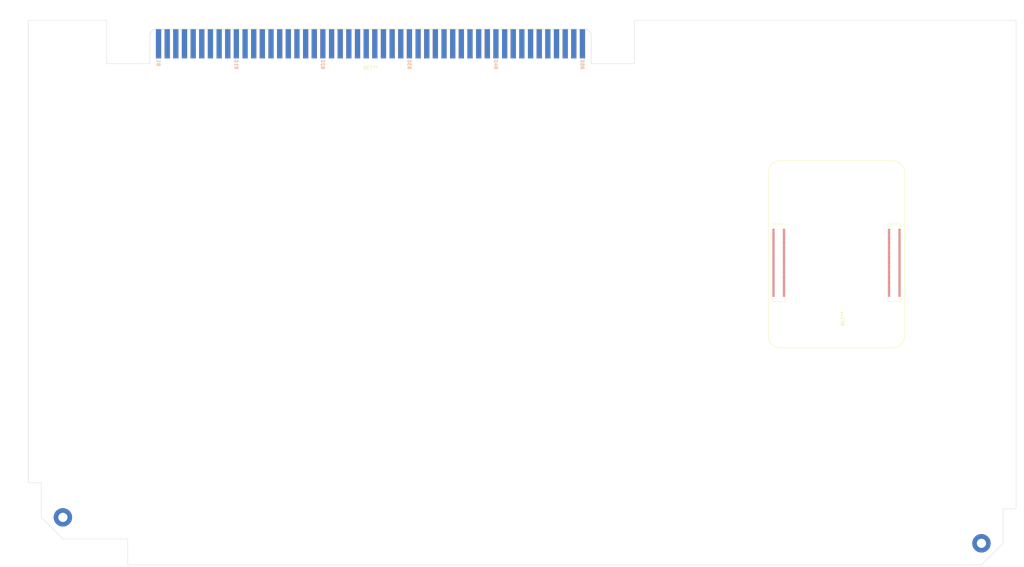
<source format=kicad_pcb>
(kicad_pcb (version 20211014) (generator pcbnew)
  (layers (0 "F.Cu" signal) (31 "B.Cu" signal) (34 "B.Paste" user) (35 "F.Paste" user) (36 "B.SilkS" user "B.Silkscreen") (37 "F.SilkS" user "F.Silkscreen") (38 "B.Mask" user) (39 "F.Mask" user) (44 "Edge.Cuts" user))
  (net 0 "")
  (footprint "Local:RaspberryPi_CM4" (layer "F.Cu") (at 250.785 112.71)
    (fp_text reference "REF**" (at 18.38 -5.08 270) (layer "F.SilkS"))
    (fp_text value "RaspberryPi_CM4")
    (fp_line (start -2.35 -10.1) (end -2.35 -11.1) (layer "F.SilkS") (width 0.12))
    (fp_line (start 31.57 -32.9) (end 35.35 -32.9) (layer "F.SilkS") (width 0.12))
    (fp_line (start 31.57 -32.9) (end 31.57 -31.9) (layer "F.SilkS") (width 0.12))
    (fp_line (start -2.35 -32.9) (end 1.43 -32.9) (layer "F.SilkS") (width 0.12))
    (fp_line (start -3.5 -48) (end -3.5 0) (layer "F.SilkS") (width 0.12))
    (fp_line (start 0 3.5) (end 33 3.5) (layer "F.SilkS") (width 0.12))
    (fp_line (start 35.35 -10.1) (end 35.35 -11.1) (layer "F.SilkS") (width 0.12))
    (fp_line (start 33 -51.5) (end 0 -51.5) (layer "F.SilkS") (width 0.12))
    (fp_line (start -2.35 -10.1) (end 1.43 -10.1) (layer "F.SilkS") (width 0.12))
    (fp_line (start 31.57 -10.1) (end 31.57 -11.1) (layer "F.SilkS") (width 0.12))
    (fp_line (start 35.35 -32.9) (end 35.35 -31.9) (layer "F.SilkS") (width 0.12))
    (fp_line (start 36.5 0) (end 36.5 -48) (layer "F.SilkS") (width 0.12))
    (fp_line (start 31.57 -10.1) (end 35.35 -10.1) (layer "F.SilkS") (width 0.12))
    (fp_line (start 1.43 -10.1) (end 1.43 -11.1) (layer "F.SilkS") (width 0.12))
    (fp_arc (start -3.5 -48) (mid -2.474874 -50.474874) (end 0 -51.5) (layer "F.SilkS") (width 0.12))
    (fp_arc (start 36.5 0) (mid 35.474874 2.474874) (end 33 3.5) (layer "F.SilkS") (width 0.12))
    (fp_arc (start 33 -51.5) (mid 35.474874 -50.474874) (end 36.5 -48) (layer "F.SilkS") (width 0.12))
    (fp_arc (start 0 3.5) (mid -2.474874 2.474874) (end -3.5 0) (layer "F.SilkS") (width 0.12))
    (pad "" np_thru_hole circle (at 0 0) (size 2.7 2.7) (drill 2.7) (layers *.Cu *.Mask) (clearance 1.7))
    (pad "" np_thru_hole circle (at 0 -48) (size 2.7 2.7) (drill 2.7) (layers *.Cu *.Mask) (clearance 1.7))
    (pad "" np_thru_hole circle (at 33 0) (size 2.7 2.7) (drill 2.7) (layers *.Cu *.Mask) (clearance 1.7))
    (pad "" np_thru_hole circle (at 33 -48) (size 2.7 2.7) (drill 2.7) (layers *.Cu *.Mask) (clearance 1.7))
    (pad "1" smd rect (at -2 -31.3 270) (size 0.2 0.7) (layers "F.Cu" "F.Paste" "F.Mask"))
    (pad "2" smd rect (at 1.08 -31.3 270) (size 0.2 0.7) (layers "F.Cu" "F.Paste" "F.Mask"))
    (pad "3" smd rect (at -2 -30.9 270) (size 0.2 0.7) (layers "F.Cu" "F.Paste" "F.Mask"))
    (pad "4" smd rect (at 1.08 -30.9 270) (size 0.2 0.7) (layers "F.Cu" "F.Paste" "F.Mask"))
    (pad "5" smd rect (at -2 -30.5 270) (size 0.2 0.7) (layers "F.Cu" "F.Paste" "F.Mask"))
    (pad "6" smd rect (at 1.08 -30.5 270) (size 0.2 0.7) (layers "F.Cu" "F.Paste" "F.Mask"))
    (pad "7" smd rect (at -2 -30.1 270) (size 0.2 0.7) (layers "F.Cu" "F.Paste" "F.Mask"))
    (pad "8" smd rect (at 1.08 -30.1 270) (size 0.2 0.7) (layers "F.Cu" "F.Paste" "F.Mask"))
    (pad "9" smd rect (at -2 -29.7 270) (size 0.2 0.7) (layers "F.Cu" "F.Paste" "F.Mask"))
    (pad "10" smd rect (at 1.08 -29.7 270) (size 0.2 0.7) (layers "F.Cu" "F.Paste" "F.Mask"))
    (pad "11" smd rect (at -2 -29.3 270) (size 0.2 0.7) (layers "F.Cu" "F.Paste" "F.Mask"))
    (pad "12" smd rect (at 1.08 -29.3 270) (size 0.2 0.7) (layers "F.Cu" "F.Paste" "F.Mask"))
    (pad "13" smd rect (at -2 -28.9 270) (size 0.2 0.7) (layers "F.Cu" "F.Paste" "F.Mask"))
    (pad "14" smd rect (at 1.08 -28.9 270) (size 0.2 0.7) (layers "F.Cu" "F.Paste" "F.Mask"))
    (pad "15" smd rect (at -2 -28.5 270) (size 0.2 0.7) (layers "F.Cu" "F.Paste" "F.Mask"))
    (pad "16" smd rect (at 1.08 -28.5 270) (size 0.2 0.7) (layers "F.Cu" "F.Paste" "F.Mask"))
    (pad "17" smd rect (at -2 -28.1 270) (size 0.2 0.7) (layers "F.Cu" "F.Paste" "F.Mask"))
    (pad "18" smd rect (at 1.08 -28.1 270) (size 0.2 0.7) (layers "F.Cu" "F.Paste" "F.Mask"))
    (pad "19" smd rect (at -2 -27.7 270) (size 0.2 0.7) (layers "F.Cu" "F.Paste" "F.Mask"))
    (pad "20" smd rect (at 1.08 -27.7 270) (size 0.2 0.7) (layers "F.Cu" "F.Paste" "F.Mask"))
    (pad "21" smd rect (at -2 -27.3 270) (size 0.2 0.7) (layers "F.Cu" "F.Paste" "F.Mask"))
    (pad "22" smd rect (at 1.08 -27.3 270) (size 0.2 0.7) (layers "F.Cu" "F.Paste" "F.Mask"))
    (pad "23" smd rect (at -2 -26.9 270) (size 0.2 0.7) (layers "F.Cu" "F.Paste" "F.Mask"))
    (pad "24" smd rect (at 1.08 -26.9 270) (size 0.2 0.7) (layers "F.Cu" "F.Paste" "F.Mask"))
    (pad "25" smd rect (at -2 -26.5 270) (size 0.2 0.7) (layers "F.Cu" "F.Paste" "F.Mask"))
    (pad "26" smd rect (at 1.08 -26.5 270) (size 0.2 0.7) (layers "F.Cu" "F.Paste" "F.Mask"))
    (pad "27" smd rect (at -2 -26.1 270) (size 0.2 0.7) (layers "F.Cu" "F.Paste" "F.Mask"))
    (pad "28" smd rect (at 1.08 -26.1 270) (size 0.2 0.7) (layers "F.Cu" "F.Paste" "F.Mask"))
    (pad "29" smd rect (at -2 -25.7 270) (size 0.2 0.7) (layers "F.Cu" "F.Paste" "F.Mask"))
    (pad "30" smd rect (at 1.08 -25.7 270) (size 0.2 0.7) (layers "F.Cu" "F.Paste" "F.Mask"))
    (pad "31" smd rect (at -2 -25.3 270) (size 0.2 0.7) (layers "F.Cu" "F.Paste" "F.Mask"))
    (pad "32" smd rect (at 1.08 -25.3 270) (size 0.2 0.7) (layers "F.Cu" "F.Paste" "F.Mask"))
    (pad "33" smd rect (at -2 -24.9 270) (size 0.2 0.7) (layers "F.Cu" "F.Paste" "F.Mask"))
    (pad "34" smd rect (at 1.08 -24.9 270) (size 0.2 0.7) (layers "F.Cu" "F.Paste" "F.Mask"))
    (pad "35" smd rect (at -2 -24.5 270) (size 0.2 0.7) (layers "F.Cu" "F.Paste" "F.Mask"))
    (pad "36" smd rect (at 1.08 -24.5 270) (size 0.2 0.7) (layers "F.Cu" "F.Paste" "F.Mask"))
    (pad "37" smd rect (at -2 -24.1 270) (size 0.2 0.7) (layers "F.Cu" "F.Paste" "F.Mask"))
    (pad "38" smd rect (at 1.08 -24.1 270) (size 0.2 0.7) (layers "F.Cu" "F.Paste" "F.Mask"))
    (pad "39" smd rect (at -2 -23.7 270) (size 0.2 0.7) (layers "F.Cu" "F.Paste" "F.Mask"))
    (pad "40" smd rect (at 1.08 -23.7 270) (size 0.2 0.7) (layers "F.Cu" "F.Paste" "F.Mask"))
    (pad "41" smd rect (at -2 -23.3 270) (size 0.2 0.7) (layers "F.Cu" "F.Paste" "F.Mask"))
    (pad "42" smd rect (at 1.08 -23.3 270) (size 0.2 0.7) (layers "F.Cu" "F.Paste" "F.Mask"))
    (pad "43" smd rect (at -2 -22.9 270) (size 0.2 0.7) (layers "F.Cu" "F.Paste" "F.Mask"))
    (pad "44" smd rect (at 1.08 -22.9 270) (size 0.2 0.7) (layers "F.Cu" "F.Paste" "F.Mask"))
    (pad "45" smd rect (at -2 -22.5 270) (size 0.2 0.7) (layers "F.Cu" "F.Paste" "F.Mask"))
    (pad "46" smd rect (at 1.08 -22.5 270) (size 0.2 0.7) (layers "F.Cu" "F.Paste" "F.Mask"))
    (pad "47" smd rect (at -2 -22.1 270) (size 0.2 0.7) (layers "F.Cu" "F.Paste" "F.Mask"))
    (pad "48" smd rect (at 1.08 -22.1 270) (size 0.2 0.7) (layers "F.Cu" "F.Paste" "F.Mask"))
    (pad "49" smd rect (at -2 -21.7 270) (size 0.2 0.7) (layers "F.Cu" "F.Paste" "F.Mask"))
    (pad "50" smd rect (at 1.08 -21.7 270) (size 0.2 0.7) (layers "F.Cu" "F.Paste" "F.Mask"))
    (pad "51" smd rect (at -2 -21.3 270) (size 0.2 0.7) (layers "F.Cu" "F.Paste" "F.Mask"))
    (pad "52" smd rect (at 1.08 -21.3 270) (size 0.2 0.7) (layers "F.Cu" "F.Paste" "F.Mask"))
    (pad "53" smd rect (at -2 -20.9 270) (size 0.2 0.7) (layers "F.Cu" "F.Paste" "F.Mask"))
    (pad "54" smd rect (at 1.08 -20.9 270) (size 0.2 0.7) (layers "F.Cu" "F.Paste" "F.Mask"))
    (pad "55" smd rect (at -2 -20.5 270) (size 0.2 0.7) (layers "F.Cu" "F.Paste" "F.Mask"))
    (pad "56" smd rect (at 1.08 -20.5 270) (size 0.2 0.7) (layers "F.Cu" "F.Paste" "F.Mask"))
    (pad "57" smd rect (at -2 -20.1 270) (size 0.2 0.7) (layers "F.Cu" "F.Paste" "F.Mask"))
    (pad "58" smd rect (at 1.08 -20.1 270) (size 0.2 0.7) (layers "F.Cu" "F.Paste" "F.Mask"))
    (pad "59" smd rect (at -2 -19.7 270) (size 0.2 0.7) (layers "F.Cu" "F.Paste" "F.Mask"))
    (pad "60" smd rect (at 1.08 -19.7 270) (size 0.2 0.7) (layers "F.Cu" "F.Paste" "F.Mask"))
    (pad "61" smd rect (at -2 -19.3 270) (size 0.2 0.7) (layers "F.Cu" "F.Paste" "F.Mask"))
    (pad "62" smd rect (at 1.08 -19.3 270) (size 0.2 0.7) (layers "F.Cu" "F.Paste" "F.Mask"))
    (pad "63" smd rect (at -2 -18.9 270) (size 0.2 0.7) (layers "F.Cu" "F.Paste" "F.Mask"))
    (pad "64" smd rect (at 1.08 -18.9 270) (size 0.2 0.7) (layers "F.Cu" "F.Paste" "F.Mask"))
    (pad "65" smd rect (at -2 -18.5 270) (size 0.2 0.7) (layers "F.Cu" "F.Paste" "F.Mask"))
    (pad "66" smd rect (at 1.08 -18.5 270) (size 0.2 0.7) (layers "F.Cu" "F.Paste" "F.Mask"))
    (pad "67" smd rect (at -2 -18.1 270) (size 0.2 0.7) (layers "F.Cu" "F.Paste" "F.Mask"))
    (pad "68" smd rect (at 1.08 -18.1 270) (size 0.2 0.7) (layers "F.Cu" "F.Paste" "F.Mask"))
    (pad "69" smd rect (at -2 -17.7 270) (size 0.2 0.7) (layers "F.Cu" "F.Paste" "F.Mask"))
    (pad "70" smd rect (at 1.08 -17.7 270) (size 0.2 0.7) (layers "F.Cu" "F.Paste" "F.Mask"))
    (pad "71" smd rect (at -2 -17.3 270) (size 0.2 0.7) (layers "F.Cu" "F.Paste" "F.Mask"))
    (pad "72" smd rect (at 1.08 -17.3 270) (size 0.2 0.7) (layers "F.Cu" "F.Paste" "F.Mask"))
    (pad "73" smd rect (at -2 -16.9 270) (size 0.2 0.7) (layers "F.Cu" "F.Paste" "F.Mask"))
    (pad "74" smd rect (at 1.08 -16.9 270) (size 0.2 0.7) (layers "F.Cu" "F.Paste" "F.Mask"))
    (pad "75" smd rect (at -2 -16.5 270) (size 0.2 0.7) (layers "F.Cu" "F.Paste" "F.Mask"))
    (pad "76" smd rect (at 1.08 -16.5 270) (size 0.2 0.7) (layers "F.Cu" "F.Paste" "F.Mask"))
    (pad "77" smd rect (at -2 -16.1 270) (size 0.2 0.7) (layers "F.Cu" "F.Paste" "F.Mask"))
    (pad "78" smd rect (at 1.08 -16.1 270) (size 0.2 0.7) (layers "F.Cu" "F.Paste" "F.Mask"))
    (pad "79" smd rect (at -2 -15.7 270) (size 0.2 0.7) (layers "F.Cu" "F.Paste" "F.Mask"))
    (pad "80" smd rect (at 1.08 -15.7 270) (size 0.2 0.7) (layers "F.Cu" "F.Paste" "F.Mask"))
    (pad "81" smd rect (at -2 -15.3 270) (size 0.2 0.7) (layers "F.Cu" "F.Paste" "F.Mask"))
    (pad "82" smd rect (at 1.08 -15.3 270) (size 0.2 0.7) (layers "F.Cu" "F.Paste" "F.Mask"))
    (pad "83" smd rect (at -2 -14.9 270) (size 0.2 0.7) (layers "F.Cu" "F.Paste" "F.Mask"))
    (pad "84" smd rect (at 1.08 -14.9 270) (size 0.2 0.7) (layers "F.Cu" "F.Paste" "F.Mask"))
    (pad "85" smd rect (at -2 -14.5 270) (size 0.2 0.7) (layers "F.Cu" "F.Paste" "F.Mask"))
    (pad "86" smd rect (at 1.08 -14.5 270) (size 0.2 0.7) (layers "F.Cu" "F.Paste" "F.Mask"))
    (pad "87" smd rect (at -2 -14.1 270) (size 0.2 0.7) (layers "F.Cu" "F.Paste" "F.Mask"))
    (pad "88" smd rect (at 1.08 -14.1 270) (size 0.2 0.7) (layers "F.Cu" "F.Paste" "F.Mask"))
    (pad "89" smd rect (at -2 -13.7 270) (size 0.2 0.7) (layers "F.Cu" "F.Paste" "F.Mask"))
    (pad "90" smd rect (at 1.08 -13.7 270) (size 0.2 0.7) (layers "F.Cu" "F.Paste" "F.Mask"))
    (pad "91" smd rect (at -2 -13.3 270) (size 0.2 0.7) (layers "F.Cu" "F.Paste" "F.Mask"))
    (pad "92" smd rect (at 1.08 -13.3 270) (size 0.2 0.7) (layers "F.Cu" "F.Paste" "F.Mask"))
    (pad "93" smd rect (at -2 -12.9 270) (size 0.2 0.7) (layers "F.Cu" "F.Paste" "F.Mask"))
    (pad "94" smd rect (at 1.08 -12.9 270) (size 0.2 0.7) (layers "F.Cu" "F.Paste" "F.Mask"))
    (pad "95" smd rect (at -2 -12.5 270) (size 0.2 0.7) (layers "F.Cu" "F.Paste" "F.Mask"))
    (pad "96" smd rect (at 1.08 -12.5 270) (size 0.2 0.7) (layers "F.Cu" "F.Paste" "F.Mask"))
    (pad "97" smd rect (at -2 -12.1 270) (size 0.2 0.7) (layers "F.Cu" "F.Paste" "F.Mask"))
    (pad "98" smd rect (at 1.08 -12.1 270) (size 0.2 0.7) (layers "F.Cu" "F.Paste" "F.Mask"))
    (pad "99" smd rect (at -2 -11.7 270) (size 0.2 0.7) (layers "F.Cu" "F.Paste" "F.Mask"))
    (pad "100" smd rect (at 1.08 -11.7 270) (size 0.2 0.7) (layers "F.Cu" "F.Paste" "F.Mask"))
    (pad "101" smd rect (at 31.92 -31.3 270) (size 0.2 0.7) (layers "F.Cu" "F.Paste" "F.Mask"))
    (pad "102" smd rect (at 35 -31.3 270) (size 0.2 0.7) (layers "F.Cu" "F.Paste" "F.Mask"))
    (pad "103" smd rect (at 31.92 -30.9 270) (size 0.2 0.7) (layers "F.Cu" "F.Paste" "F.Mask"))
    (pad "104" smd rect (at 35 -30.9 270) (size 0.2 0.7) (layers "F.Cu" "F.Paste" "F.Mask"))
    (pad "105" smd rect (at 31.92 -30.5 270) (size 0.2 0.7) (layers "F.Cu" "F.Paste" "F.Mask"))
    (pad "106" smd rect (at 35 -30.5 270) (size 0.2 0.7) (layers "F.Cu" "F.Paste" "F.Mask"))
    (pad "107" smd rect (at 31.92 -30.1 270) (size 0.2 0.7) (layers "F.Cu" "F.Paste" "F.Mask"))
    (pad "108" smd rect (at 35 -30.1 270) (size 0.2 0.7) (layers "F.Cu" "F.Paste" "F.Mask"))
    (pad "109" smd rect (at 31.92 -29.7 270) (size 0.2 0.7) (layers "F.Cu" "F.Paste" "F.Mask"))
    (pad "110" smd rect (at 35 -29.7 270) (size 0.2 0.7) (layers "F.Cu" "F.Paste" "F.Mask"))
    (pad "111" smd rect (at 31.92 -29.3 270) (size 0.2 0.7) (layers "F.Cu" "F.Paste" "F.Mask"))
    (pad "112" smd rect (at 35 -29.3 270) (size 0.2 0.7) (layers "F.Cu" "F.Paste" "F.Mask"))
    (pad "113" smd rect (at 31.92 -28.9 270) (size 0.2 0.7) (layers "F.Cu" "F.Paste" "F.Mask"))
    (pad "114" smd rect (at 35 -28.9 270) (size 0.2 0.7) (layers "F.Cu" "F.Paste" "F.Mask"))
    (pad "115" smd rect (at 31.92 -28.5 270) (size 0.2 0.7) (layers "F.Cu" "F.Paste" "F.Mask"))
    (pad "116" smd rect (at 35 -28.5 270) (size 0.2 0.7) (layers "F.Cu" "F.Paste" "F.Mask"))
    (pad "117" smd rect (at 31.92 -28.1 270) (size 0.2 0.7) (layers "F.Cu" "F.Paste" "F.Mask"))
    (pad "118" smd rect (at 35 -28.1 270) (size 0.2 0.7) (layers "F.Cu" "F.Paste" "F.Mask"))
    (pad "119" smd rect (at 31.92 -27.7 270) (size 0.2 0.7) (layers "F.Cu" "F.Paste" "F.Mask"))
    (pad "120" smd rect (at 35 -27.7 270) (size 0.2 0.7) (layers "F.Cu" "F.Paste" "F.Mask"))
    (pad "121" smd rect (at 31.92 -27.3 270) (size 0.2 0.7) (layers "F.Cu" "F.Paste" "F.Mask"))
    (pad "122" smd rect (at 35 -27.3 270) (size 0.2 0.7) (layers "F.Cu" "F.Paste" "F.Mask"))
    (pad "123" smd rect (at 31.92 -26.9 270) (size 0.2 0.7) (layers "F.Cu" "F.Paste" "F.Mask"))
    (pad "124" smd rect (at 35 -26.9 270) (size 0.2 0.7) (layers "F.Cu" "F.Paste" "F.Mask"))
    (pad "125" smd rect (at 31.92 -26.5 270) (size 0.2 0.7) (layers "F.Cu" "F.Paste" "F.Mask"))
    (pad "126" smd rect (at 35 -26.5 270) (size 0.2 0.7) (layers "F.Cu" "F.Paste" "F.Mask"))
    (pad "127" smd rect (at 31.92 -26.1 270) (size 0.2 0.7) (layers "F.Cu" "F.Paste" "F.Mask"))
    (pad "128" smd rect (at 35 -26.1 270) (size 0.2 0.7) (layers "F.Cu" "F.Paste" "F.Mask"))
    (pad "129" smd rect (at 31.92 -25.7 270) (size 0.2 0.7) (layers "F.Cu" "F.Paste" "F.Mask"))
    (pad "130" smd rect (at 35 -25.7 270) (size 0.2 0.7) (layers "F.Cu" "F.Paste" "F.Mask"))
    (pad "131" smd rect (at 31.92 -25.3 270) (size 0.2 0.7) (layers "F.Cu" "F.Paste" "F.Mask"))
    (pad "132" smd rect (at 35 -25.3 270) (size 0.2 0.7) (layers "F.Cu" "F.Paste" "F.Mask"))
    (pad "133" smd rect (at 31.92 -24.9 270) (size 0.2 0.7) (layers "F.Cu" "F.Paste" "F.Mask"))
    (pad "134" smd rect (at 35 -24.9 270) (size 0.2 0.7) (layers "F.Cu" "F.Paste" "F.Mask"))
    (pad "135" smd rect (at 31.92 -24.5 270) (size 0.2 0.7) (layers "F.Cu" "F.Paste" "F.Mask"))
    (pad "136" smd rect (at 35 -24.5 270) (size 0.2 0.7) (layers "F.Cu" "F.Paste" "F.Mask"))
    (pad "137" smd rect (at 31.92 -24.1 270) (size 0.2 0.7) (layers "F.Cu" "F.Paste" "F.Mask"))
    (pad "138" smd rect (at 35 -24.1 270) (size 0.2 0.7) (layers "F.Cu" "F.Paste" "F.Mask"))
    (pad "139" smd rect (at 31.92 -23.7 270) (size 0.2 0.7) (layers "F.Cu" "F.Paste" "F.Mask"))
    (pad "140" smd rect (at 35 -23.7 270) (size 0.2 0.7) (layers "F.Cu" "F.Paste" "F.Mask"))
    (pad "141" smd rect (at 31.92 -23.3 270) (size 0.2 0.7) (layers "F.Cu" "F.Paste" "F.Mask"))
    (pad "142" smd rect (at 35 -23.3 270) (size 0.2 0.7) (layers "F.Cu" "F.Paste" "F.Mask"))
    (pad "143" smd rect (at 31.92 -22.9 270) (size 0.2 0.7) (layers "F.Cu" "F.Paste" "F.Mask"))
    (pad "144" smd rect (at 35 -22.9 270) (size 0.2 0.7) (layers "F.Cu" "F.Paste" "F.Mask"))
    (pad "145" smd rect (at 31.92 -22.5 270) (size 0.2 0.7) (layers "F.Cu" "F.Paste" "F.Mask"))
    (pad "146" smd rect (at 35 -22.5 270) (size 0.2 0.7) (layers "F.Cu" "F.Paste" "F.Mask"))
    (pad "147" smd rect (at 31.92 -22.1 270) (size 0.2 0.7) (layers "F.Cu" "F.Paste" "F.Mask"))
    (pad "148" smd rect (at 35 -22.1 270) (size 0.2 0.7) (layers "F.Cu" "F.Paste" "F.Mask"))
    (pad "149" smd rect (at 31.92 -21.7 270) (size 0.2 0.7) (layers "F.Cu" "F.Paste" "F.Mask"))
    (pad "150" smd rect (at 35 -21.7 270) (size 0.2 0.7) (layers "F.Cu" "F.Paste" "F.Mask"))
    (pad "151" smd rect (at 31.92 -21.3 270) (size 0.2 0.7) (layers "F.Cu" "F.Paste" "F.Mask"))
    (pad "152" smd rect (at 35 -21.3 270) (size 0.2 0.7) (layers "F.Cu" "F.Paste" "F.Mask"))
    (pad "153" smd rect (at 31.92 -20.9 270) (size 0.2 0.7) (layers "F.Cu" "F.Paste" "F.Mask"))
    (pad "154" smd rect (at 35 -20.9 270) (size 0.2 0.7) (layers "F.Cu" "F.Paste" "F.Mask"))
    (pad "155" smd rect (at 31.92 -20.5 270) (size 0.2 0.7) (layers "F.Cu" "F.Paste" "F.Mask"))
    (pad "156" smd rect (at 35 -20.5 270) (size 0.2 0.7) (layers "F.Cu" "F.Paste" "F.Mask"))
    (pad "157" smd rect (at 31.92 -20.1 270) (size 0.2 0.7) (layers "F.Cu" "F.Paste" "F.Mask"))
    (pad "158" smd rect (at 35 -20.1 270) (size 0.2 0.7) (layers "F.Cu" "F.Paste" "F.Mask"))
    (pad "159" smd rect (at 31.92 -19.7 270) (size 0.2 0.7) (layers "F.Cu" "F.Paste" "F.Mask"))
    (pad "160" smd rect (at 35 -19.7 270) (size 0.2 0.7) (layers "F.Cu" "F.Paste" "F.Mask"))
    (pad "161" smd rect (at 31.92 -19.3 270) (size 0.2 0.7) (layers "F.Cu" "F.Paste" "F.Mask"))
    (pad "162" smd rect (at 35 -19.3 270) (size 0.2 0.7) (layers "F.Cu" "F.Paste" "F.Mask"))
    (pad "163" smd rect (at 31.92 -18.9 270) (size 0.2 0.7) (layers "F.Cu" "F.Paste" "F.Mask"))
    (pad "164" smd rect (at 35 -18.9 270) (size 0.2 0.7) (layers "F.Cu" "F.Paste" "F.Mask"))
    (pad "165" smd rect (at 31.92 -18.5 270) (size 0.2 0.7) (layers "F.Cu" "F.Paste" "F.Mask"))
    (pad "166" smd rect (at 35 -18.5 270) (size 0.2 0.7) (layers "F.Cu" "F.Paste" "F.Mask"))
    (pad "167" smd rect (at 31.92 -18.1 270) (size 0.2 0.7) (layers "F.Cu" "F.Paste" "F.Mask"))
    (pad "168" smd rect (at 35 -18.1 270) (size 0.2 0.7) (layers "F.Cu" "F.Paste" "F.Mask"))
    (pad "169" smd rect (at 31.92 -17.7 270) (size 0.2 0.7) (layers "F.Cu" "F.Paste" "F.Mask"))
    (pad "170" smd rect (at 35 -17.7 270) (size 0.2 0.7) (layers "F.Cu" "F.Paste" "F.Mask"))
    (pad "171" smd rect (at 31.92 -17.3 270) (size 0.2 0.7) (layers "F.Cu" "F.Paste" "F.Mask"))
    (pad "172" smd rect (at 35 -17.3 270) (size 0.2 0.7) (layers "F.Cu" "F.Paste" "F.Mask"))
    (pad "173" smd rect (at 31.92 -16.9 270) (size 0.2 0.7) (layers "F.Cu" "F.Paste" "F.Mask"))
    (pad "174" smd rect (at 35 -16.9 270) (size 0.2 0.7) (layers "F.Cu" "F.Paste" "F.Mask"))
    (pad "175" smd rect (at 31.92 -16.5 270) (size 0.2 0.7) (layers "F.Cu" "F.Paste" "F.Mask"))
    (pad "176" smd rect (at 35 -16.5 270) (size 0.2 0.7) (layers "F.Cu" "F.Paste" "F.Mask"))
    (pad "177" smd rect (at 31.92 -16.1 270) (size 0.2 0.7) (layers "F.Cu" "F.Paste" "F.Mask"))
    (pad "178" smd rect (at 35 -16.1 270) (size 0.2 0.7) (layers "F.Cu" "F.Paste" "F.Mask"))
    (pad "179" smd rect (at 31.92 -15.7 270) (size 0.2 0.7) (layers "F.Cu" "F.Paste" "F.Mask"))
    (pad "180" smd rect (at 35 -15.7 270) (size 0.2 0.7) (layers "F.Cu" "F.Paste" "F.Mask"))
    (pad "181" smd rect (at 31.92 -15.3 270) (size 0.2 0.7) (layers "F.Cu" "F.Paste" "F.Mask"))
    (pad "182" smd rect (at 35 -15.3 270) (size 0.2 0.7) (layers "F.Cu" "F.Paste" "F.Mask"))
    (pad "183" smd rect (at 31.92 -14.9 270) (size 0.2 0.7) (layers "F.Cu" "F.Paste" "F.Mask"))
    (pad "184" smd rect (at 35 -14.9 270) (size 0.2 0.7) (layers "F.Cu" "F.Paste" "F.Mask"))
    (pad "185" smd rect (at 31.92 -14.5 270) (size 0.2 0.7) (layers "F.Cu" "F.Paste" "F.Mask"))
    (pad "186" smd rect (at 35 -14.5 270) (size 0.2 0.7) (layers "F.Cu" "F.Paste" "F.Mask"))
    (pad "187" smd rect (at 31.92 -14.1 270) (size 0.2 0.7) (layers "F.Cu" "F.Paste" "F.Mask"))
    (pad "188" smd rect (at 35 -14.1 270) (size 0.2 0.7) (layers "F.Cu" "F.Paste" "F.Mask"))
    (pad "189" smd rect (at 31.92 -13.7 270) (size 0.2 0.7) (layers "F.Cu" "F.Paste" "F.Mask"))
    (pad "190" smd rect (at 35 -13.7 270) (size 0.2 0.7) (layers "F.Cu" "F.Paste" "F.Mask"))
    (pad "191" smd rect (at 31.92 -13.3 270) (size 0.2 0.7) (layers "F.Cu" "F.Paste" "F.Mask"))
    (pad "192" smd rect (at 35 -13.3 270) (size 0.2 0.7) (layers "F.Cu" "F.Paste" "F.Mask"))
    (pad "193" smd rect (at 31.92 -12.9 270) (size 0.2 0.7) (layers "F.Cu" "F.Paste" "F.Mask"))
    (pad "194" smd rect (at 35 -12.9 270) (size 0.2 0.7) (layers "F.Cu" "F.Paste" "F.Mask"))
    (pad "195" smd rect (at 31.92 -12.5 270) (size 0.2 0.7) (layers "F.Cu" "F.Paste" "F.Mask"))
    (pad "196" smd rect (at 35 -12.5 270) (size 0.2 0.7) (layers "F.Cu" "F.Paste" "F.Mask"))
    (pad "197" smd rect (at 31.92 -12.1 270) (size 0.2 0.7) (layers "F.Cu" "F.Paste" "F.Mask"))
    (pad "198" smd rect (at 35 -12.1 270) (size 0.2 0.7) (layers "F.Cu" "F.Paste" "F.Mask"))
    (pad "199" smd rect (at 31.92 -11.7 270) (size 0.2 0.7) (layers "F.Cu" "F.Paste" "F.Mask"))
    (pad "200" smd rect (at 35 -11.7 270) (size 0.2 0.7) (layers "F.Cu" "F.Paste" "F.Mask"))
  )
  (footprint "MountingHole:MountingHole_2.7mm_M2.5_Pad" (layer "F.Cu") (at 309.84 173.65)
    (fp_text reference "REF**" hide)
    (fp_text value "MountingHole_2.7mm_M2.5_Pad" hide)
    (pad "1" thru_hole circle (at 0 0) (size 5.4 5.4) (drill 2.7) (layers *.Cu *.Mask))
  )
  (footprint "Local:CardEdge_50x2" (layer "F.Cu") (at 130.47 32.7)
    (fp_text reference "REF**" (at 0 1.27 unlocked) (layer "F.SilkS"))
    (fp_text value "CardEdge_50x2")
    (fp_text user "B40" (at 36.83 -1.27 -90 unlocked) (layer "B.SilkS") (effects (justify right mirror)))
    (fp_text user "B10" (at -39.37 -1.27 -90 unlocked) (layer "B.SilkS") (effects (justify right mirror)))
    (fp_text user "B50" (at 62.23 -1.27 -90 unlocked) (layer "B.SilkS") (effects (justify right mirror)))
    (fp_text user "B30" (at 11.43 -1.27 -90 unlocked) (layer "B.SilkS") (effects (justify right mirror)))
    (fp_text user "B20" (at -13.97 -1.27 -90 unlocked) (layer "B.SilkS") (effects (justify right mirror)))
    (fp_text user "B1" (at -62.23 -1.27 -90 unlocked) (layer "B.SilkS") (effects (justify right mirror)))
    (fp_text user "A10" (at -39.37 -1.27 90 unlocked) (layer "F.SilkS") (effects (justify right)))
    (fp_text user "A40" (at 36.83 -1.27 90 unlocked) (layer "F.SilkS") (effects (justify right)))
    (fp_text user "A20" (at -13.97 -1.27 90 unlocked) (layer "F.SilkS") (effects (justify right)))
    (fp_text user "A30" (at 11.43 -1.27 90 unlocked) (layer "F.SilkS") (effects (justify right)))
    (fp_text user "A1" (at -62.23 -1.27 90 unlocked) (layer "F.SilkS") (effects (justify right)))
    (fp_text user "A50" (at 62.23 -1.27 90 unlocked) (layer "F.SilkS") (effects (justify right)))
    (fp_line (start 63.5 -10.16) (end -63.5 -10.16) (layer "Edge.Cuts") (width 0.12))
    (fp_line (start 64.77 0) (end 64.77 -8.89) (layer "Edge.Cuts") (width 0.12))
    (fp_line (start -63.5 -10.16) (end -64.77 -8.89) (layer "Edge.Cuts") (width 0.12))
    (fp_line (start -64.77 -8.89) (end -64.77 0) (layer "Edge.Cuts") (width 0.12))
    (fp_line (start 64.77 -8.89) (end 63.5 -10.16) (layer "Edge.Cuts") (width 0.12))
    (pad "A1" connect rect (at -62.23 -5.842) (size 1.524 8.636) (layers "F.Cu" "F.Mask"))
    (pad "A2" connect rect (at -59.69 -5.842) (size 1.524 8.636) (layers "F.Cu" "F.Mask"))
    (pad "A3" connect rect (at -57.15 -5.842) (size 1.524 8.636) (layers "F.Cu" "F.Mask"))
    (pad "A4" connect rect (at -54.61 -5.842) (size 1.524 8.636) (layers "F.Cu" "F.Mask"))
    (pad "A5" connect rect (at -52.07 -5.842) (size 1.524 8.636) (layers "F.Cu" "F.Mask"))
    (pad "A6" connect rect (at -49.53 -5.842) (size 1.524 8.636) (layers "F.Cu" "F.Mask"))
    (pad "A7" connect rect (at -46.99 -5.842) (size 1.524 8.636) (layers "F.Cu" "F.Mask"))
    (pad "A8" connect rect (at -44.45 -5.842) (size 1.524 8.636) (layers "F.Cu" "F.Mask"))
    (pad "A9" connect rect (at -41.91 -5.842) (size 1.524 8.636) (layers "F.Cu" "F.Mask"))
    (pad "A10" connect rect (at -39.37 -5.842) (size 1.524 8.636) (layers "F.Cu" "F.Mask"))
    (pad "A11" connect rect (at -36.83 -5.842) (size 1.524 8.636) (layers "F.Cu" "F.Mask"))
    (pad "A12" connect rect (at -34.29 -5.842) (size 1.524 8.636) (layers "F.Cu" "F.Mask"))
    (pad "A13" connect rect (at -31.75 -5.842) (size 1.524 8.636) (layers "F.Cu" "F.Mask"))
    (pad "A14" connect rect (at -29.21 -5.842) (size 1.524 8.636) (layers "F.Cu" "F.Mask"))
    (pad "A15" connect rect (at -26.67 -5.842) (size 1.524 8.636) (layers "F.Cu" "F.Mask"))
    (pad "A16" connect rect (at -24.13 -5.842) (size 1.524 8.636) (layers "F.Cu" "F.Mask"))
    (pad "A17" connect rect (at -21.59 -5.842) (size 1.524 8.636) (layers "F.Cu" "F.Mask"))
    (pad "A18" connect rect (at -19.05 -5.842) (size 1.524 8.636) (layers "F.Cu" "F.Mask"))
    (pad "A19" connect rect (at -16.51 -5.842) (size 1.524 8.636) (layers "F.Cu" "F.Mask"))
    (pad "A20" connect rect (at -13.97 -5.842) (size 1.524 8.636) (layers "F.Cu" "F.Mask"))
    (pad "A21" connect rect (at -11.43 -5.842) (size 1.524 8.636) (layers "F.Cu" "F.Mask"))
    (pad "A22" connect rect (at -8.89 -5.842) (size 1.524 8.636) (layers "F.Cu" "F.Mask"))
    (pad "A23" connect rect (at -6.35 -5.842) (size 1.524 8.636) (layers "F.Cu" "F.Mask"))
    (pad "A24" connect rect (at -3.81 -5.842) (size 1.524 8.636) (layers "F.Cu" "F.Mask"))
    (pad "A25" connect rect (at -1.27 -5.842) (size 1.524 8.636) (layers "F.Cu" "F.Mask"))
    (pad "A26" connect rect (at 1.27 -5.842) (size 1.524 8.636) (layers "F.Cu" "F.Mask"))
    (pad "A27" connect rect (at 3.81 -5.842) (size 1.524 8.636) (layers "F.Cu" "F.Mask"))
    (pad "A28" connect rect (at 6.35 -5.842) (size 1.524 8.636) (layers "F.Cu" "F.Mask"))
    (pad "A29" connect rect (at 8.89 -5.842) (size 1.524 8.636) (layers "F.Cu" "F.Mask"))
    (pad "A30" connect rect (at 11.43 -5.842) (size 1.524 8.636) (layers "F.Cu" "F.Mask"))
    (pad "A31" connect rect (at 13.97 -5.842) (size 1.524 8.636) (layers "F.Cu" "F.Mask"))
    (pad "A32" connect rect (at 16.51 -5.842) (size 1.524 8.636) (layers "F.Cu" "F.Mask"))
    (pad "A33" connect rect (at 19.05 -5.842) (size 1.524 8.636) (layers "F.Cu" "F.Mask"))
    (pad "A34" connect rect (at 21.59 -5.842) (size 1.524 8.636) (layers "F.Cu" "F.Mask"))
    (pad "A35" connect rect (at 24.13 -5.842) (size 1.524 8.636) (layers "F.Cu" "F.Mask"))
    (pad "A36" connect rect (at 26.67 -5.842) (size 1.524 8.636) (layers "F.Cu" "F.Mask"))
    (pad "A37" connect rect (at 29.21 -5.842) (size 1.524 8.636) (layers "F.Cu" "F.Mask"))
    (pad "A38" connect rect (at 31.75 -5.842) (size 1.524 8.636) (layers "F.Cu" "F.Mask"))
    (pad "A39" connect rect (at 34.29 -5.842) (size 1.524 8.636) (layers "F.Cu" "F.Mask"))
    (pad "A40" connect rect (at 36.83 -5.842) (size 1.524 8.636) (layers "F.Cu" "F.Mask"))
    (pad "A41" connect rect (at 39.37 -5.842) (size 1.524 8.636) (layers "F.Cu" "F.Mask"))
    (pad "A42" connect rect (at 41.91 -5.842) (size 1.524 8.636) (layers "F.Cu" "F.Mask"))
    (pad "A43" connect rect (at 44.45 -5.842) (size 1.524 8.636) (layers "F.Cu" "F.Mask"))
    (pad "A44" connect rect (at 46.99 -5.842) (size 1.524 8.636) (layers "F.Cu" "F.Mask"))
    (pad "A45" connect rect (at 49.53 -5.842) (size 1.524 8.636) (layers "F.Cu" "F.Mask"))
    (pad "A46" connect rect (at 52.07 -5.842) (size 1.524 8.636) (layers "F.Cu" "F.Mask"))
    (pad "A47" connect rect (at 54.61 -5.842) (size 1.524 8.636) (layers "F.Cu" "F.Mask"))
    (pad "A48" connect rect (at 57.15 -5.842) (size 1.524 8.636) (layers "F.Cu" "F.Mask"))
    (pad "A49" connect rect (at 59.69 -5.842) (size 1.524 8.636) (layers "F.Cu" "F.Mask"))
    (pad "A50" connect rect (at 62.23 -5.842) (size 1.524 8.636) (layers "F.Cu" "F.Mask"))
    (pad "B1" connect rect (at -62.23 -5.842) (size 1.524 8.636) (layers "B.Cu" "B.Mask"))
    (pad "B2" connect rect (at -59.69 -5.842) (size 1.524 8.636) (layers "B.Cu" "B.Mask"))
    (pad "B3" connect rect (at -57.15 -5.842) (size 1.524 8.636) (layers "B.Cu" "B.Mask"))
    (pad "B4" connect rect (at -54.61 -5.842) (size 1.524 8.636) (layers "B.Cu" "B.Mask"))
    (pad "B5" connect rect (at -52.07 -5.842) (size 1.524 8.636) (layers "B.Cu" "B.Mask"))
    (pad "B6" connect rect (at -49.53 -5.842) (size 1.524 8.636) (layers "B.Cu" "B.Mask"))
    (pad "B7" connect rect (at -46.99 -5.842) (size 1.524 8.636) (layers "B.Cu" "B.Mask"))
    (pad "B8" connect rect (at -44.45 -5.842) (size 1.524 8.636) (layers "B.Cu" "B.Mask"))
    (pad "B9" connect rect (at -41.91 -5.842) (size 1.524 8.636) (layers "B.Cu" "B.Mask"))
    (pad "B10" connect rect (at -39.37 -5.842) (size 1.524 8.636) (layers "B.Cu" "B.Mask"))
    (pad "B11" connect rect (at -36.83 -5.842) (size 1.524 8.636) (layers "B.Cu" "B.Mask"))
    (pad "B12" connect rect (at -34.29 -5.842) (size 1.524 8.636) (layers "B.Cu" "B.Mask"))
    (pad "B13" connect rect (at -31.75 -5.842) (size 1.524 8.636) (layers "B.Cu" "B.Mask"))
    (pad "B14" connect rect (at -29.21 -5.842) (size 1.524 8.636) (layers "B.Cu" "B.Mask"))
    (pad "B15" connect rect (at -26.67 -5.842) (size 1.524 8.636) (layers "B.Cu" "B.Mask"))
    (pad "B16" connect rect (at -24.13 -5.842) (size 1.524 8.636) (layers "B.Cu" "B.Mask"))
    (pad "B17" connect rect (at -21.59 -5.842) (size 1.524 8.636) (layers "B.Cu" "B.Mask"))
    (pad "B18" connect rect (at -19.05 -5.842) (size 1.524 8.636) (layers "B.Cu" "B.Mask"))
    (pad "B19" connect rect (at -16.51 -5.842) (size 1.524 8.636) (layers "B.Cu" "B.Mask"))
    (pad "B20" connect rect (at -13.97 -5.842) (size 1.524 8.636) (layers "B.Cu" "B.Mask"))
    (pad "B21" connect rect (at -11.43 -5.842) (size 1.524 8.636) (layers "B.Cu" "B.Mask"))
    (pad "B22" connect rect (at -8.89 -5.842) (size 1.524 8.636) (layers "B.Cu" "B.Mask"))
    (pad "B23" connect rect (at -6.35 -5.842) (size 1.524 8.636) (layers "B.Cu" "B.Mask"))
    (pad "B24" connect rect (at -3.81 -5.842) (size 1.524 8.636) (layers "B.Cu" "B.Mask"))
    (pad "B25" connect rect (at -1.27 -5.842) (size 1.524 8.636) (layers "B.Cu" "B.Mask"))
    (pad "B26" connect rect (at 1.27 -5.842) (size 1.524 8.636) (layers "B.Cu" "B.Mask"))
    (pad "B27" connect rect (at 3.81 -5.842) (size 1.524 8.636) (layers "B.Cu" "B.Mask"))
    (pad "B28" connect rect (at 6.35 -5.842) (size 1.524 8.636) (layers "B.Cu" "B.Mask"))
    (pad "B29" connect rect (at 8.89 -5.842) (size 1.524 8.636) (layers "B.Cu" "B.Mask"))
    (pad "B30" connect rect (at 11.43 -5.842) (size 1.524 8.636) (layers "B.Cu" "B.Mask"))
    (pad "B31" connect rect (at 13.97 -5.842) (size 1.524 8.636) (layers "B.Cu" "B.Mask"))
    (pad "B32" connect rect (at 16.51 -5.842) (size 1.524 8.636) (layers "B.Cu" "B.Mask"))
    (pad "B33" connect rect (at 19.05 -5.842) (size 1.524 8.636) (layers "B.Cu" "B.Mask"))
    (pad "B34" connect rect (at 21.59 -5.842) (size 1.524 8.636) (layers "B.Cu" "B.Mask"))
    (pad "B35" connect rect (at 24.13 -5.842) (size 1.524 8.636) (layers "B.Cu" "B.Mask"))
    (pad "B36" connect rect (at 26.67 -5.842) (size 1.524 8.636) (layers "B.Cu" "B.Mask"))
    (pad "B37" connect rect (at 29.21 -5.842) (size 1.524 8.636) (layers "B.Cu" "B.Mask"))
    (pad "B38" connect rect (at 31.75 -5.842) (size 1.524 8.636) (layers "B.Cu" "B.Mask"))
    (pad "B39" connect rect (at 34.29 -5.842) (size 1.524 8.636) (layers "B.Cu" "B.Mask"))
    (pad "B40" connect rect (at 36.83 -5.842) (size 1.524 8.636) (layers "B.Cu" "B.Mask"))
    (pad "B41" connect rect (at 39.37 -5.842) (size 1.524 8.636) (layers "B.Cu" "B.Mask"))
    (pad "B42" connect rect (at 41.91 -5.842) (size 1.524 8.636) (layers "B.Cu" "B.Mask"))
    (pad "B43" connect rect (at 44.45 -5.842) (size 1.524 8.636) (layers "B.Cu" "B.Mask"))
    (pad "B44" connect rect (at 46.99 -5.842) (size 1.524 8.636) (layers "B.Cu" "B.Mask"))
    (pad "B45" connect rect (at 49.53 -5.842) (size 1.524 8.636) (layers "B.Cu" "B.Mask"))
    (pad "B46" connect rect (at 52.07 -5.842) (size 1.524 8.636) (layers "B.Cu" "B.Mask"))
    (pad "B47" connect rect (at 54.61 -5.842) (size 1.524 8.636) (layers "B.Cu" "B.Mask"))
    (pad "B48" connect rect (at 57.15 -5.842) (size 1.524 8.636) (layers "B.Cu" "B.Mask"))
    (pad "B49" connect rect (at 59.69 -5.842) (size 1.524 8.636) (layers "B.Cu" "B.Mask"))
    (pad "B50" connect rect (at 62.23 -5.842) (size 1.524 8.636) (layers "B.Cu" "B.Mask"))
  )
  (footprint "MountingHole:MountingHole_2.7mm_M2.5_Pad" (layer "F.Cu") (at 40.159991 166.030001)
    (fp_text reference "REF**" hide)
    (fp_text value "MountingHole_2.7mm_M2.5_Pad" hide)
    (pad "1" thru_hole circle (at 0 0) (size 5.4 5.4) (drill 2.7) (layers *.Cu *.Mask))
  )
  (gr_line (start 53 20) (end 53 32.7) (layer "Edge.Cuts") (width 0.1))
  (gr_line (start 320 163.49) (end 316.19 163.49) (layer "Edge.Cuts") (width 0.1))
  (gr_line (start 320 20) (end 320 163.49) (layer "Edge.Cuts") (width 0.1))
  (gr_line (start 30 20) (end 53 20) (layer "Edge.Cuts") (width 0.1))
  (gr_line (start 33.81 166.03) (end 33.81 155.87) (layer "Edge.Cuts") (width 0.1))
  (gr_line (start 53 32.7) (end 65.7 32.7) (layer "Edge.Cuts") (width 0.1))
  (gr_line (start 30 155.87) (end 30 20) (layer "Edge.Cuts") (width 0.1))
  (gr_line (start 33.81 155.87) (end 30 155.87) (layer "Edge.Cuts") (width 0.1))
  (gr_line (start 195.24 32.7) (end 207.94 32.7) (layer "Edge.Cuts") (width 0.1))
  (gr_line (start 309.84 180) (end 316.19 173.65) (layer "Edge.Cuts") (width 0.1))
  (gr_line (start 59.21 180) (end 59.21 172.38) (layer "Edge.Cuts") (width 0.1))
  (gr_line (start 316.19 163.49) (end 316.19 173.65) (layer "Edge.Cuts") (width 0.1))
  (gr_line (start 207.94 32.7) (end 207.94 20) (layer "Edge.Cuts") (width 0.1))
  (gr_line (start 40.16 172.38) (end 33.81 166.03) (layer "Edge.Cuts") (width 0.1))
  (gr_line (start 59.21 172.38) (end 40.16 172.38) (layer "Edge.Cuts") (width 0.1))
  (gr_line (start 309.84 180) (end 59.21 180) (layer "Edge.Cuts") (width 0.1))
  (gr_line (start 320 20) (end 207.94 20) (layer "Edge.Cuts") (width 0.1))
)
</source>
